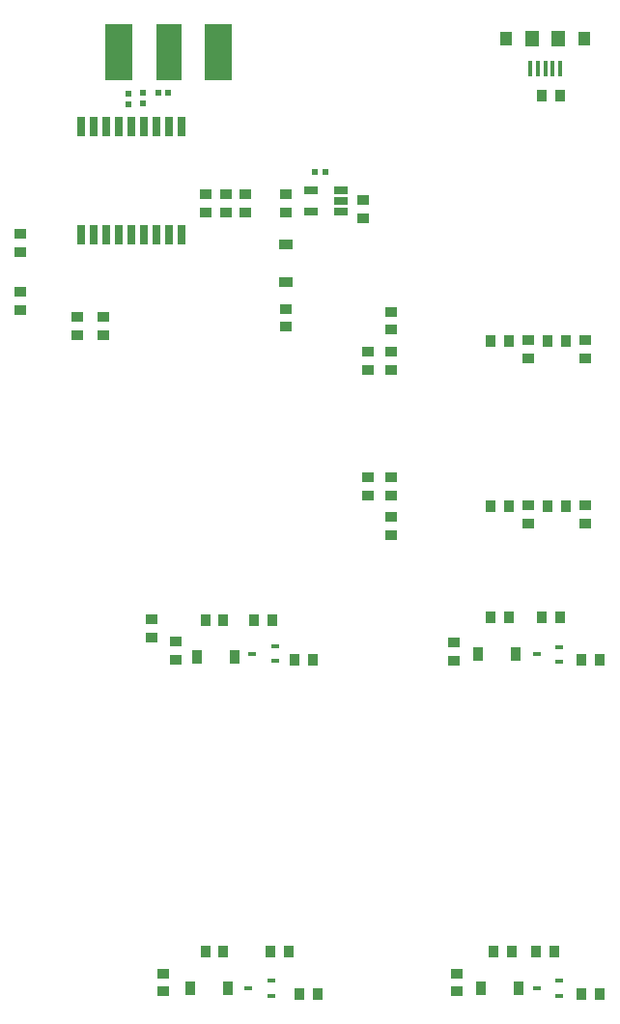
<source format=gtp>
G04 #@! TF.GenerationSoftware,KiCad,Pcbnew,5.0.0-rc2-dev-unknown-54f14b0~63~ubuntu16.04.1*
G04 #@! TF.CreationDate,2018-04-02T00:46:52+01:00*
G04 #@! TF.ProjectId,g5500-ethernet-controller,67353530302D65746865726E65742D63,rev?*
G04 #@! TF.SameCoordinates,Original*
G04 #@! TF.FileFunction,Paste,Top*
G04 #@! TF.FilePolarity,Positive*
%FSLAX46Y46*%
G04 Gerber Fmt 4.6, Leading zero omitted, Abs format (unit mm)*
G04 Created by KiCad (PCBNEW 5.0.0-rc2-dev-unknown-54f14b0~63~ubuntu16.04.1) date Mon Apr  2 00:46:52 2018*
%MOMM*%
%LPD*%
G01*
G04 APERTURE LIST*
%ADD10R,1.000000X0.950000*%
%ADD11R,0.900000X1.200000*%
%ADD12R,0.400000X1.350000*%
%ADD13R,1.300000X1.400000*%
%ADD14R,0.975000X1.300000*%
%ADD15R,0.700000X0.450000*%
%ADD16R,0.700000X1.800000*%
%ADD17R,2.300000X5.000000*%
%ADD18R,2.400000X5.000000*%
%ADD19R,1.220000X0.650000*%
%ADD20R,0.950000X1.000000*%
%ADD21R,0.620000X0.620000*%
%ADD22R,1.200000X0.900000*%
G04 APERTURE END LIST*
D10*
X110000000Y-57800000D03*
X110000000Y-56200000D03*
D11*
X79240888Y-83942609D03*
X75940888Y-83942609D03*
X100600000Y-83750000D03*
X103900000Y-83750000D03*
X75350000Y-113000000D03*
X78650000Y-113000000D03*
X104150000Y-113000000D03*
X100850000Y-113000000D03*
D12*
X106500000Y-32425000D03*
X105850000Y-32425000D03*
X107150000Y-32425000D03*
X107800000Y-32425000D03*
X105200000Y-32425000D03*
D13*
X105350000Y-29750000D03*
X107650000Y-29750000D03*
D14*
X103112500Y-29750000D03*
X109887500Y-29750000D03*
D15*
X107750000Y-113650000D03*
X107750000Y-112350000D03*
X105750000Y-113000000D03*
X80840888Y-83692609D03*
X82840888Y-83042609D03*
X82840888Y-84342609D03*
X105750000Y-83750000D03*
X107750000Y-83100000D03*
X107750000Y-84400000D03*
X82500000Y-113650000D03*
X82500000Y-112350000D03*
X80500000Y-113000000D03*
D16*
X65850000Y-47000000D03*
X66950000Y-47000000D03*
X68050000Y-47000000D03*
X69150000Y-47000000D03*
X70250000Y-47000000D03*
X71350000Y-47000000D03*
X72450000Y-47000000D03*
X73550000Y-47000000D03*
X74650000Y-47000000D03*
X74650000Y-37500000D03*
X73550000Y-37500000D03*
X72450000Y-37500000D03*
X71350000Y-37500000D03*
X70250000Y-37500000D03*
X69150000Y-37500000D03*
X68050000Y-37500000D03*
X66950000Y-37500000D03*
X65850000Y-37500000D03*
D17*
X73500000Y-31000000D03*
D18*
X69125000Y-31000000D03*
X77875000Y-31000000D03*
D19*
X88560000Y-44950000D03*
X88560000Y-44000000D03*
X88560000Y-43050000D03*
X85940000Y-43050000D03*
X85940000Y-44950000D03*
D10*
X93000000Y-57200000D03*
X93000000Y-58800000D03*
X93000000Y-73300000D03*
X93000000Y-71700000D03*
X105000000Y-57800000D03*
X105000000Y-56200000D03*
X105000000Y-72300000D03*
X105000000Y-70700000D03*
X110000000Y-70700000D03*
X110000000Y-72300000D03*
D20*
X106200000Y-34750000D03*
X107800000Y-34750000D03*
D10*
X98750000Y-113300000D03*
X98750000Y-111700000D03*
X74090888Y-84242609D03*
X74090888Y-82642609D03*
X98500000Y-82700000D03*
X98500000Y-84300000D03*
X73000000Y-113300000D03*
X73000000Y-111700000D03*
X90500000Y-43950000D03*
X90500000Y-45550000D03*
X78500000Y-45050000D03*
X78500000Y-43450000D03*
X76750000Y-43450000D03*
X76750000Y-45050000D03*
D21*
X86300000Y-41500000D03*
X87200000Y-41500000D03*
D10*
X83750000Y-45050000D03*
X83750000Y-43450000D03*
D21*
X71250000Y-34550000D03*
X71250000Y-35450000D03*
D10*
X60500000Y-46900000D03*
X60500000Y-48500000D03*
D21*
X73450000Y-34500000D03*
X72550000Y-34500000D03*
D10*
X91000000Y-58800000D03*
X91000000Y-57200000D03*
X91000000Y-69800000D03*
X91000000Y-68200000D03*
D20*
X108300000Y-56250000D03*
X106700000Y-56250000D03*
X108300000Y-70750000D03*
X106700000Y-70750000D03*
X109700000Y-113500000D03*
X111300000Y-113500000D03*
X86140888Y-84192609D03*
X84540888Y-84192609D03*
X109700000Y-84250000D03*
X111300000Y-84250000D03*
X86550000Y-113500000D03*
X84950000Y-113500000D03*
D10*
X60500000Y-53550000D03*
X60500000Y-51950000D03*
D21*
X70000000Y-35500000D03*
X70000000Y-34600000D03*
D10*
X67750000Y-54200000D03*
X67750000Y-55800000D03*
X65500000Y-54200000D03*
X65500000Y-55800000D03*
X72000000Y-80700000D03*
X72000000Y-82300000D03*
D22*
X83750000Y-51150000D03*
X83750000Y-47850000D03*
D10*
X83750000Y-53450000D03*
X83750000Y-55050000D03*
D20*
X103550000Y-109750000D03*
X101950000Y-109750000D03*
X76700000Y-80750000D03*
X78300000Y-80750000D03*
X101700000Y-80500000D03*
X103300000Y-80500000D03*
X78300000Y-109750000D03*
X76700000Y-109750000D03*
X105700000Y-109750000D03*
X107300000Y-109750000D03*
X82550000Y-80750000D03*
X80950000Y-80750000D03*
X107800000Y-80500000D03*
X106200000Y-80500000D03*
X82400000Y-109750000D03*
X84000000Y-109750000D03*
D10*
X80250000Y-45050000D03*
X80250000Y-43450000D03*
D20*
X103300000Y-56250000D03*
X101700000Y-56250000D03*
D10*
X93000000Y-53700000D03*
X93000000Y-55300000D03*
X93000000Y-68200000D03*
X93000000Y-69800000D03*
D20*
X103300000Y-70750000D03*
X101700000Y-70750000D03*
M02*

</source>
